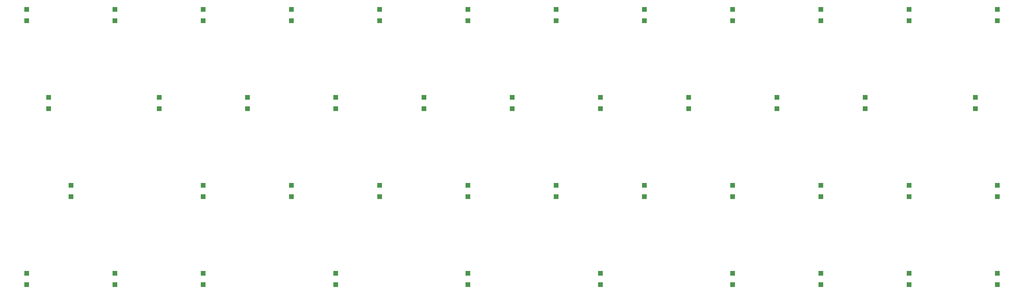
<source format=gbp>
G04 #@! TF.GenerationSoftware,KiCad,Pcbnew,(6.0.2-0)*
G04 #@! TF.CreationDate,2022-06-21T21:38:28+10:00*
G04 #@! TF.ProjectId,keyboard-with-attached-pico,6b657962-6f61-4726-942d-776974682d61,1.01*
G04 #@! TF.SameCoordinates,Original*
G04 #@! TF.FileFunction,Paste,Bot*
G04 #@! TF.FilePolarity,Positive*
%FSLAX46Y46*%
G04 Gerber Fmt 4.6, Leading zero omitted, Abs format (unit mm)*
G04 Created by KiCad (PCBNEW (6.0.2-0)) date 2022-06-21 21:38:28*
%MOMM*%
%LPD*%
G01*
G04 APERTURE LIST*
%ADD10R,1.000000X1.000000*%
G04 APERTURE END LIST*
D10*
X103505000Y-129980000D03*
X103505000Y-127480000D03*
X208280000Y-149030000D03*
X208280000Y-146530000D03*
X141605000Y-129980000D03*
X141605000Y-127480000D03*
X103505000Y-187130000D03*
X103505000Y-184630000D03*
X274955000Y-168080000D03*
X274955000Y-165580000D03*
X274955000Y-187130000D03*
X274955000Y-184630000D03*
X227330000Y-187130000D03*
X227330000Y-184630000D03*
X236855000Y-129980000D03*
X236855000Y-127480000D03*
X122555000Y-187130000D03*
X122555000Y-184630000D03*
X198755000Y-168080000D03*
X198755000Y-165580000D03*
X284480000Y-149030000D03*
X284480000Y-146530000D03*
X227330000Y-149030000D03*
X227330000Y-146530000D03*
X255905000Y-187130000D03*
X255905000Y-184630000D03*
X313055000Y-168080000D03*
X313055000Y-165580000D03*
X170180000Y-187130000D03*
X170180000Y-184630000D03*
X294005000Y-168080000D03*
X294005000Y-165580000D03*
X198755000Y-129980000D03*
X198755000Y-127480000D03*
X217805000Y-129980000D03*
X217805000Y-127480000D03*
X236855000Y-168080000D03*
X236855000Y-165580000D03*
X255905000Y-129980000D03*
X255905000Y-127480000D03*
X294005000Y-129980000D03*
X294005000Y-127480000D03*
X160655000Y-168080000D03*
X160655000Y-165580000D03*
X179705000Y-129980000D03*
X179705000Y-127480000D03*
X294005000Y-187130000D03*
X294005000Y-184630000D03*
X308292500Y-149030000D03*
X308292500Y-146530000D03*
X108267500Y-149030000D03*
X108267500Y-146530000D03*
X217805000Y-168080000D03*
X217805000Y-165580000D03*
X160655000Y-129980000D03*
X160655000Y-127480000D03*
X151130000Y-149030000D03*
X151130000Y-146530000D03*
X274955000Y-129980000D03*
X274955000Y-127480000D03*
X170180000Y-149030000D03*
X170180000Y-146530000D03*
X132080000Y-149030000D03*
X132080000Y-146530000D03*
X255905000Y-168080000D03*
X255905000Y-165580000D03*
X179705000Y-168080000D03*
X179705000Y-165580000D03*
X113030000Y-168080000D03*
X113030000Y-165580000D03*
X265430000Y-149030000D03*
X265430000Y-146530000D03*
X246380000Y-149030000D03*
X246380000Y-146530000D03*
X313055000Y-129980000D03*
X313055000Y-127480000D03*
X313055000Y-187130000D03*
X313055000Y-184630000D03*
X189230000Y-149030000D03*
X189230000Y-146530000D03*
X141605000Y-168080000D03*
X141605000Y-165580000D03*
X122555000Y-129980000D03*
X122555000Y-127480000D03*
X141605000Y-187130000D03*
X141605000Y-184630000D03*
X198755000Y-187130000D03*
X198755000Y-184630000D03*
M02*

</source>
